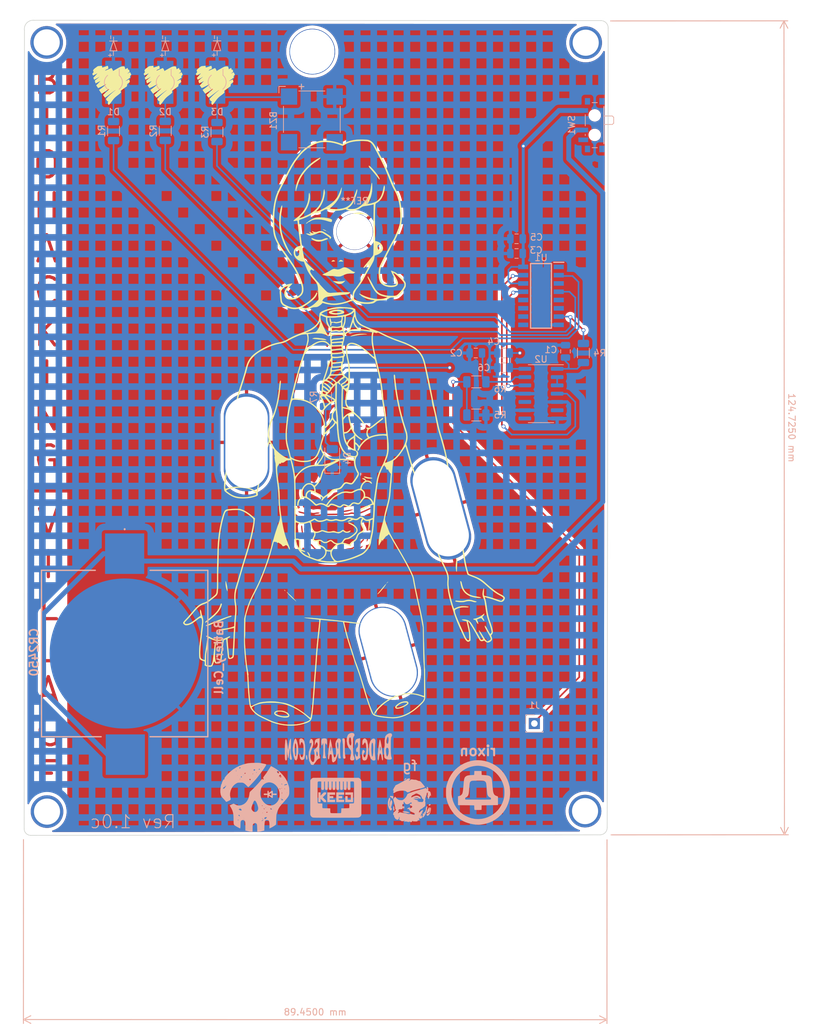
<source format=kicad_pcb>
(kicad_pcb (version 20211014) (generator pcbnew)
  (title_block (title "BioHack Village Badge") (date "2022-08-13") (rev "1.0b") (company "BadgePirates LLC") (comment 1 "Schematic: Rixon") (comment 2 "Artwork:") (comment 3 "Layout: FG"))
  (layers (0 "F.Cu" signal) (31 "B.Cu" signal) (34 "B.Paste" user) (35 "F.Paste" user) (36 "B.SilkS" user "B.Silkscreen") (37 "F.SilkS" user "F.Silkscreen") (38 "B.Mask" user) (39 "F.Mask" user) (44 "Edge.Cuts" user))
  (net 0 "")
  (net 1 "GND")
  (net 2 "Net-(D1-Pad2)")
  (net 3 "Net-(R1-Pad2)")
  (net 4 "Net-(D2-Pad2)")
  (net 5 "J1")
  (net 6 "Net-(BZ1-Pad1)")
  (net 7 "Net-(C1-Pad1)")
  (net 8 "Net-(C2-Pad1)")
  (net 9 "VCC")
  (net 10 "Net-(R2-Pad2)")
  (net 11 "Net-(R3-Pad2)")
  (net 20 "Net-(U1-Pad13)")
  (net 21 "Net-(U1-Pad15)")
  (net 22 "Net-(U2-Pad2)")
  (net 26 "Net-(D4-Pad2)")
  (net 27 "Net-(BT1-Pad1)")
  (footprint "BioHack:F.SilkS_g4717" (layer "F.Cu") (at 110.708653 98.640572)
    (fp_text reference "G***" hide)
    (fp_text value "LOGO" hide)
  )
  (footprint "BadgePiratesLogo:rixon_B.SLK" (layer "F.Cu") (at 133.096 155.067)
    (fp_text reference "G***" hide)
    (fp_text value "rixon")
  )
  (footprint "BadgePiratesLogo:NG_BSilk" (layer "F.Cu") (at 111.200876 155.676971)
    (fp_text reference "G***" hide)
    (fp_text value "NG_BSilk" hide)
  )
  (footprint "" (layer "F.Cu") (at 119.3292 133.5278)
    (fp_text reference "")
    (fp_text value "")
  )
  (footprint "BadgePirates:LED_Osram_Lx_P47F_D2mm_ReverseMount_Proper_Mask Only" (layer "F.Cu") (at 85.1502 46.2688 90)
    (fp_text reference "D2")
    (fp_text value "LED")
  )
  (footprint "BadgePirates:LED_Osram_Lx_P47F_D2mm_ReverseMount_Proper_Mask Only" (layer "F.Cu") (at 93.1004 46.2434 90)
    (fp_text reference "D3")
    (fp_text value "LED")
  )
  (footprint "BadgePiratesLogo:heart" (layer "F.Cu") (at 92.837 46.736)
    (fp_text reference "G***" hide)
    (fp_text value "LOGO" hide)
  )
  (footprint "BadgePiratesLogo:heart" (layer "F.Cu") (at 76.962 46.736)
    (fp_text reference "G***" hide)
    (fp_text value "LOGO" hide)
  )
  (footprint "BioHack:F.Cu_g4713" (layer "F.Cu") (at 110.6932 98.6536)
    (fp_text reference "G***" hide)
    (fp_text value "LOGO" hide)
  )
  (footprint "BadgePirateLogos:BadgePiratesURL_B.SLK" (layer "F.Cu") (at 111.697105 149.135501)
    (fp_text reference "G***" hide)
    (fp_text value "LOGO" hide)
  )
  (footprint "BadgePirates:LED_Osram_Lx_P47F_D2mm_ReverseMount_Proper_Mask Only" (layer "F.Cu") (at 77.2 46.2688 90)
    (fp_text reference "D1")
    (fp_text value "LED")
  )
  (footprint "BadgePiratesLogo:heart" (layer "F.Cu") (at 84.836 46.736)
    (fp_text reference "G***" hide)
    (fp_text value "LOGO" hide)
  )
  (footprint "BadgePiratesLogo:BPSkull_Distressed_10x10_BSILK" (layer "F.Cu") (at 98.9 155.825)
    (fp_text reference "G***" hide)
    (fp_text value "BP Logo" hide)
  )
  (footprint "BioHack:F.Mask_g4715" (layer "F.Cu") (at 110.7186 98.6536)
    (fp_text reference "G***" hide)
    (fp_text value "LOGO" hide)
  )
  (footprint "BadgePiratesLogo:FG_10x10_BSILK" (layer "F.Cu") (at 122.62362 156.071868)
    (fp_text reference "G***" hide)
    (fp_text value "fg")
  )
  (footprint "BadgePirates:SOIC127P600X175-16N" (layer "B.Cu") (at 142.748 78.994 180)
    (fp_text reference "U1")
    (fp_text value "74HC4017D-Q100J")
  )
  (footprint "Capacitor_SMD:C_0805_2012Metric" (layer "B.Cu") (at 139 70.25 180)
    (fp_text reference "C5")
    (fp_text value "0.1uF" hide)
  )
  (footprint "Resistor_SMD:R_1206_3216Metric" (layer "B.Cu") (at 93.075 53.8888 -90)
    (fp_text reference "R3")
    (fp_text value "1k")
  )
  (footprint "test:BATHLD006SMT" (layer "B.Cu") (at 78.925 133.8 -90)
    (fp_text reference "CR2450")
    (fp_text value "Battery_Cell")
  )
  (footprint "MountingHole:MountingHole_3.7mm_Pad" (layer "B.Cu") (at 114.175 69.15 180)
    (fp_text reference "REF**")
    (fp_text value "MountingHole_3.7mm_Pad")
  )
  (footprint "Capacitor_SMD:C_0805_2012Metric" (layer "B.Cu") (at 139 72.5 180)
    (fp_text reference "C3")
    (fp_text value "1.0uF")
  )
  (footprint "Resistor_SMD:R_1206_3216Metric" (layer "B.Cu") (at 109.728 94.488 -90)
    (fp_text reference "R7")
    (fp_text value "1k")
  )
  (footprint "Resistor_SMD:R_1206_3216Metric" (layer "B.Cu") (at 132.842 92.17)
    (fp_text reference "R6")
    (fp_text value "270k")
  )
  (footprint "MountingHole:MountingHole_3.7mm_Pad" (layer "B.Cu") (at 97.6122 101.4476 180)
    (fp_text reference "REF**" hide)
    (fp_text value "MountingHole_3.7mm_Pad")
  )
  (footprint "Capacitor_SMD:C_0805_2012Metric" (layer "B.Cu") (at 146.5 87.5 90)
    (fp_text reference "C1")
    (fp_text value "1.0uF")
  )
  (footprint "Resistor_SMD:R_1206_3216Metric" (layer "B.Cu") (at 77.2254 53.7364 -90)
    (fp_text reference "R1")
    (fp_text value "1k")
  )
  (footprint "LED_SMD:LED_1206_3216Metric" (layer "B.Cu") (at 110.744 103.886 90)
    (fp_text reference "D4")
    (fp_text value "LED")
  )
  (footprint "Capacitor_SMD:C_0805_2012Metric" (layer "B.Cu") (at 137 90 180)
    (fp_text reference "C6")
    (fp_text value "0.1uF" hide)
  )
  (footprint "Resistor_SMD:R_1206_3216Metric" (layer "B.Cu") (at 132.842 97.25 180)
    (fp_text reference "R5")
    (fp_text value "47k")
  )
  (footprint "Package_SO:SO-14_3.9x8.65mm_P1.27mm" (layer "B.Cu") (at 142.748 93.98 180)
    (fp_text reference "U2")
    (fp_text value "74HC14")
  )
  (footprint "Capacitor_SMD:C_0805_2012Metric" (layer "B.Cu") (at 132.75 87.75 180)
    (fp_text reference "C2")
    (fp_text value "0.1uF")
  )
  (footprint "Resistor_SMD:R_1206_3216Metric" (layer "B.Cu") (at 85.1502 53.711 -90)
    (fp_text reference "R2")
    (fp_text value "1k")
  )
  (footprint "MountingHole:MountingHole_3.7mm_Pad" (layer "B.Cu") (at 127.381 111.5568 -165)
    (fp_text reference "REF**" hide)
    (fp_text value "MountingHole_3.7mm_Pad")
  )
  (footprint "Connector_PinSocket_2.54mm:PinSocket_1x01_P2.54mm_Vertical" (layer "B.Cu") (at 141.732 144.526 180)
    (fp_text reference "J1")
    (fp_text value "Conn_01x01_Female")
  )
  (footprint "Capacitor_SMD:C_0805_2012Metric" (layer "B.Cu") (at 137 87.75 180)
    (fp_text reference "C4")
    (fp_text value "1.0uF")
  )
  (footprint "BadgePirates:SW_SPDT_PCM12" (layer "B.Cu") (at 150.655 52.832 -90)
    (fp_text reference "SW1")
    (fp_text value "SW_SPDT")
  )
  (footprint "Buzzer_Beeper:MagneticBuzzer_CUI_CMT-8504-100-SMT" (layer "B.Cu") (at 107.6209 51.9501 -90)
    (fp_text reference "BZ1")
    (fp_text value "Buzzer")
  )
  (footprint "Resistor_SMD:R_1206_3216Metric" (layer "B.Cu") (at 149.25 87.75 -90)
    (fp_text reference "R4")
    (fp_text value "1.5M")
  )
  (gr_line (start 63.5654 38.265) (end 63.51782 160.64658) (layer "Edge.Cuts") (width 0.1))
  (gr_line (start 151.925137 36.812663) (end 64.9904 36.765) (layer "Edge.Cuts") (width 0.1))
  (gr_arc (start 63.5654 38.265) (mid 63.918283 37.173364) (end 64.9904 36.765) (layer "Edge.Cuts") (width 0.1))
  (gr_line (start 64.53382 161.66258) (end 151.7982 161.5822) (layer "Edge.Cuts") (width 0.1))
  (gr_arc (start 64.53382 161.66258) (mid 63.8154 161.365) (end 63.51782 160.64658) (layer "Edge.Cuts") (width 0.1))
  (gr_arc (start 151.925137 36.812663) (mid 152.7154 37.14) (end 153.042737 37.930263) (layer "Edge.Cuts") (width 0.1))
  (gr_line (start 152.8904 160.49) (end 153.042737 37.930263) (layer "Edge.Cuts") (width 0.1))
  (gr_arc (start 152.8904 160.49) (mid 152.570502 161.262302) (end 151.7982 161.5822) (layer "Edge.Cuts") (width 0.1))
  (gr_text "B\nI\nO\nH\nA\nC\nK\nI\nN\nG" (at 66.975 75.025) (layer "F.Cu") (effects (font (size 4 4) (thickness 0.5))))
  (gr_text "V\nI\nL\nL\nA\nG\nE" (at 67.225 133.075) (layer "F.Cu") (effects (font (size 4 4) (thickness 0.5))))
  (gr_text "Rev 1.0c" (at 80.175 159.575) (layer "B.SilkS") (effects (font (size 2 2)) (justify mirror)))
  (dimension (type aligned) (layer "B.SilkS") (pts (xy 152.9154 36.865) (xy 152.9904 161.59)) (height -27.076396) (gr_text "124.7250 mm" (at 181.179291 99.210526 270.0344533) (layer "B.SilkS") (effects (font (size 1 1) (thickness 0.15)))) (format (units 3) (units_format 1) (precision 4)) (style (thickness 0.15) (arrow_length 1.27) (text_position_mode 0) (extension_height 0.58642) (extension_offset 0.5) keep_text_aligned))
  (dimension (type aligned) (layer "B.SilkS") (pts (xy 152.8654 161.84) (xy 63.4154 161.815)) (height -28.074034) (gr_text "89.4500 mm" (at 108.132875 188.751533 -0.01601335328) (layer "B.SilkS") (effects (font (size 1 1) (thickness 0.15)))) (format (units 3) (units_format 1) (precision 4)) (style (thickness 0.15) (arrow_length 1.27) (text_position_mode 0) (extension_height 0.58642) (extension_offset 0.5) keep_text_aligned))
  (via (at 149.6 40.2) (size 5) (drill 4) (layers "F.Cu" "B.Cu") (net 0))
  (via (at 149.5 157.95) (size 5) (drill 4) (layers "F.Cu" "B.Cu") (net 0))
  (via (at 67.025 158.025) (size 5) (drill 4) (layers "F.Cu" "B.Cu") (net 0))
  (via (at 107.6904 41.565) (size 7) (drill 6.8) (layers "F.Cu" "B.Cu") (net 0))
  (via (at 66.975 40.15) (size 5) (drill 4) (layers "F.Cu" "B.Cu") (net 0))
  (segment (start 140.273 96.52) (end 140.649072 96.52) (width 0.25) (layer "B.Cu") (net 1))
  (segment (start 136.05 90) (end 136.05 87.75) (width 0.25) (layer "B.Cu") (net 1))
  (segment (start 77.2 52.2485) (end 77.2 48.5688) (width 0.25) (layer "B.Cu") (net 2))
  (segment (start 77.2254 52.2739) (end 77.2 52.2485) (width 0.25) (layer "B.Cu") (net 2))
  (segment (start 147.574 75.946) (end 145.6 75.946) (width 0.25) (layer "B.Cu") (net 3))
  (segment (start 147 85.5) (end 148.5 84) (width 0.25) (layer "B.Cu") (net 3))
  (segment (start 77.2254 55.1989) (end 77.2254 59.6806) (width 0.25) (layer "B.Cu") (net 3))
  (segment (start 148.5 76.872) (end 147.574 75.946) (width 0.25) (layer "B.Cu") (net 3))
  (segment (start 129 87.25) (end 130.75 85.5) (width 0.25) (layer "B.Cu") (net 3))
  (segment (start 145.6 75.946) (end 145.473 75.819) (width 0.25) (layer "B.Cu") (net 3))
  (segment (start 104.7948 87.25) (end 129 87.25) (width 0.25) (layer "B.Cu") (net 3))
  (segment (start 130.75 85.5) (end 147 85.5) (width 0.25) (layer "B.Cu") (net 3))
  (segment (start 148.5 84) (end 148.5 76.872) (width 0.25) (layer "B.Cu") (net 3))
  (segment (start 77.2254 59.6806) (end 104.7948 87.25) (width 0.25) (layer "B.Cu") (net 3))
  (segment (start 85.1502 52.2485) (end 85.1502 48.5688) (width 0.25) (layer "B.Cu") (net 4))
  (segment (start 141.6404 144.39) (end 148.612711 137.417689) (width 0.25) (layer "F.Cu") (net 5))
  (segment (start 148.612711 137.417689) (end 148.612711 117.862711) (width 0.25) (layer "F.Cu") (net 5))
  (segment (start 148.612711 117.862711) (end 129.286 98.536) (width 0.25) (layer "F.Cu") (net 5))
  (segment (start 129.286 98.536) (end 129.286 92.17) (width 0.25) (layer "F.Cu") (net 5))
  (via (at 129.286 92.17) (size 0.6) (drill 0.4) (layers "F.Cu" "B.Cu") (net 5))
  (segment (start 131.3795 92.17) (end 129.286 92.17) (width 0.25) (layer "B.Cu") (net 5))
  (segment (start 131.3795 97.25) (end 131.3795 92.17) (width 0.25) (layer "B.Cu") (net 5))
  (segment (start 93.075 52.4263) (end 93.1004 52.4009) (width 0.25) (layer "B.Cu") (net 6))
  (segment (start 93.1004 52.4009) (end 93.1004 48.5434) (width 0.25) (layer "B.Cu") (net 6))
  (segment (start 104.0276 48.5434) (end 104.1209 48.4501) (width 0.25) (layer "B.Cu") (net 6))
  (segment (start 93.1004 48.5434) (end 104.0276 48.5434) (width 0.25) (layer "B.Cu") (net 6))
  (segment (start 146.5 89) (end 147 89.5) (width 0.25) (layer "B.Cu") (net 7))
  (segment (start 149.25 89.2125) (end 148.2925 90.17) (width 0.25) (layer "B.Cu") (net 7))
  (segment (start 146.5 88.45) (end 146.5 89) (width 0.25) (layer "B.Cu") (net 7))
  (segment (start 146.83 90.17) (end 145.223 90.17) (width 0.25) (layer "B.Cu") (net 7))
  (segment (start 147 90) (end 146.83 90.17) (width 0.25) (layer "B.Cu") (net 7))
  (segment (start 147 89.5) (end 147 90) (width 0.25) (layer "B.Cu") (net 7))
  (segment (start 148.2925 90.17) (end 146.83 90.17) (width 0.25) (layer "B.Cu") (net 7))
  (segment (start 138.81 91.44) (end 140.273 91.44) (width 0.25) (layer "B.Cu") (net 8))
  (segment (start 134.3045 92.17) (end 138.08 92.17) (width 0.25) (layer "B.Cu") (net 8))
  (segment (start 138.08 92.17) (end 138.81 91.44) (width 0.25) (layer "B.Cu") (net 8))
  (segment (start 133.792 91.6575) (end 134.3045 92.17) (width 0.25) (layer "B.Cu") (net 8))
  (segment (start 133.792 87.344) (end 133.792 91.6575) (width 0.25) (layer "B.Cu") (net 8))
  (via (at 139.5 87.75) (size 0.6) (drill 0.4) (layers "F.Cu" "B.Cu") (net 9))
  (via (at 140.044 56.044) (size 0.6) (drill 0.4) (layers "F.Cu" "B.Cu") (net 9))
  (via (at 128.75 90) (size 0.6) (drill 0.4) (layers "F.Cu" "B.Cu") (net 9))
  (segment (start 140.273 90.17) (end 138.12 90.17) (width 0.25) (layer "B.Cu") (net 9))
  (segment (start 145.506 50.582) (end 140.044 56.044) (width 0.75) (layer "B.Cu") (net 9))
  (segment (start 140.044 56.044) (end 140.023 56.065) (width 0.25) (layer "B.Cu") (net 9))
  (segment (start 112.7535 90) (end 128.75 90) (width 0.25) (layer "B.Cu") (net 9))
  (segment (start 137.75 75) (end 138.201 74.549) (width 0.25) (layer "B.Cu") (net 9))
  (segment (start 137.95 87.75) (end 139.5 87.75) (width 0.25) (layer "B.Cu") (net 9))
  (segment (start 140.023 77.089) (end 138.089 77.089) (width 0.25) (layer "B.Cu") (net 9))
  (segment (start 137.95 90) (end 137.95 87.75) (width 0.25) (layer "B.Cu") (net 9))
  (segment (start 138.089 77.089) (end 137.75 76.75) (width 0.25) (layer "B.Cu") (net 9))
  (segment (start 140.023 56.065) (end 140.023 74.549) (width 0.45) (layer "B.Cu") (net 9))
  (segment (start 137.75 76.75) (end 137.75 75) (width 0.25) (layer "B.Cu") (net 9))
  (segment (start 149.225 50.582) (end 145.506 50.582) (width 0.75) (layer "B.Cu") (net 9))
  (segment (start 109.728 93.0255) (end 112.7535 90) (width 0.25) (layer "B.Cu") (net 9))
  (segment (start 138.12 90.17) (end 137.95 90) (width 0.25) (layer "B.Cu") (net 9))
  (segment (start 138.201 74.549) (end 140.023 74.549) (width 0.25) (layer "B.Cu") (net 9))
  (segment (start 85.1502 55.1735) (end 85.1502 59.6298) (width 0.25) (layer "B.Cu") (net 10))
  (segment (start 148 79.25) (end 147.109 78.359) (width 0.25) (layer "B.Cu") (net 10))
  (segment (start 147.109 78.359) (end 145.473 78.359) (width 0.25) (layer "B.Cu") (net 10))
  (segment (start 136.5 85) (end 146.75 85) (width 0.25) (layer "B.Cu") (net 10))
  (segment (start 85.1502 59.6298) (end 110.0204 84.5) (width 0.25) (layer "B.Cu") (net 10))
  (segment (start 110.0204 84.5) (end 136 84.5) (width 0.25) (layer "B.Cu") (net 10))
  (segment (start 136 84.5) (end 136.5 85) (width 0.25) (layer "B.Cu") (net 10))
  (segment (start 146.75 85) (end 148 83.75) (width 0.25) (layer "B.Cu") (net 10))
  (segment (start 148 83.75) (end 148 79.25) (width 0.25) (layer "B.Cu") (net 10))
  (segment (start 147.25 82.25) (end 149.25 84.25) (width 0.25) (layer "F.Cu") (net 11))
  (via (at 149.25 84.25) (size 0.6) (drill 0.4) (layers "F.Cu" "B.Cu") (net 11))
  (via (at 147.25 82.25) (size 0.6) (drill 0.4) (layers "F.Cu" "B.Cu") (net 11))
  (segment (start 93.075 59.075) (end 116.25 82.25) (width 0.25) (layer "B.Cu") (net 11))
  (segment (start 135.75 82.25) (end 138 84.5) (width 0.25) (layer "B.Cu") (net 11))
  (segment (start 145.473 82.169) (end 147.169 82.169) (width 0.25) (layer "B.Cu") (net 11))
  (segment (start 93.075 55.3513) (end 93.075 59.075) (width 0.25) (layer "B.Cu") (net 11))
  (segment (start 149.25 84.25) (end 149.25 86.2875) (width 0.25) (layer "B.Cu") (net 11))
  (segment (start 147.25 83.75) (end 147.25 82.25) (width 0.25) (layer "B.Cu") (net 11))
  (segment (start 146.5 84.5) (end 147.25 83.75) (width 0.25) (layer "B.Cu") (net 11))
  (segment (start 147.169 82.169) (end 147.25 82.25) (width 0.25) (layer "B.Cu") (net 11))
  (segment (start 116.25 82.25) (end 135.75 82.25) (width 0.25) (layer "B.Cu") (net 11))
  (segment (start 138 84.5) (end 146.5 84.5) (width 0.25) (layer "B.Cu") (net 11))
  (segment (start 138.5 78.5) (end 137.5 79.5) (width 0.25) (layer "F.Cu") (net 20))
  (segment (start 137.5 79.5) (end 137.5 92.5445) (width 0.25) (layer "F.Cu") (net 20))
  (segment (start 137.5 92.5445) (end 137.75 92.7945) (width 0.25) (layer "F.Cu") (net 20))
  (via (at 137.75 92.7945) (size 0.6) (drill 0.4) (layers "F.Cu" "B.Cu") (net 20))
  (via (at 138.5 78.5) (size 0.6) (drill 0.4) (layers "F.Cu" "B.Cu") (net 20))
  (segment (start 138.641 78.359) (end 138.5 78.5) (width 0.25) (layer "B.Cu") (net 20))
  (segment (start 138.79 92.71) (end 140.273 92.71) (width 0.25) (layer "B.Cu") (net 20))
  (segment (start 137.75 92.7945) (end 138.7055 92.7945) (width 0.25) (layer "B.Cu") (net 20))
  (segment (start 140.023 78.359) (end 138.641 78.359) (width 0.25) (layer "B.Cu") (net 20))
  (segment (start 138.7055 92.7945) (end 138.79 92.71) (width 0.25) (layer "B.Cu") (net 20))
  (segment (start 136.75 98.75) (end 136.75 77.626) (width 0.25) (layer "F.Cu") (net 21))
  (segment (start 136.75 77.626) (end 138.43 75.946) (width 0.25) (layer "F.Cu") (net 21))
  (segment (start 137 99) (end 136.75 98.75) (width 0.25) (layer "F.Cu") (net 21))
  (via (at 138.43 75.946) (size 0.6) (drill 0.4) (layers "F.Cu" "B.Cu") (net 21))
  (via (at 137 99) (size 0.6) (drill 0.4) (layers "F.Cu" "B.Cu") (net 21))
  (segment (start 139.896 75.946) (end 140.023 75.819) (width 0.25) (layer "B.Cu") (net 21))
  (segment (start 148 99) (end 148 95.25) (width 0.25) (layer "B.Cu") (net 21))
  (segment (start 137 99) (end 138.25 100.25) (width 0.25) (layer "B.Cu") (net 21))
  (segment (start 148 95.25) (end 146.73 93.98) (width 0.25) (layer "B.Cu") (net 21))
  (segment (start 146.73 93.98) (end 145.223 93.98) (width 0.25) (layer "B.Cu") (net 21))
  (segment (start 138.43 75.946) (end 139.896 75.946) (width 0.25) (layer "B.Cu") (net 21))
  (segment (start 146.75 100.25) (end 148 99) (width 0.25) (layer "B.Cu") (net 21))
  (segment (start 138.25 100.25) (end 146.75 100.25) (width 0.25) (layer "B.Cu") (net 21))
  (segment (start 145.223 91.44) (end 145.223 92.71) (width 0.25) (layer "B.Cu") (net 22))
  (segment (start 109.728 95.9505) (end 109.728 101.47) (width 0.25) (layer "B.Cu") (net 26))
  (segment (start 109.728 101.47) (end 110.744 102.486) (width 0.25) (layer "B.Cu") (net 26))
  (segment (start 78.925 118.5) (end 75.675 118.5) (width 0.75) (layer "B.Cu") (net 27))
  (segment (start 141.918198 120.84552) (end 152.20952 110.554198) (width 0.75) (layer "B.Cu") (net 27))
  (segment (start 66.5 139.475) (end 76.319 149.294) (width 0.75) (layer "B.Cu") (net 27))
  (segment (start 152.20952 63.20952) (end 147 58) (width 0.75) (layer "B.Cu") (net 27))
  (segment (start 105.985802 120.84552) (end 141.918198 120.84552) (width 0.75) (layer "B.Cu") (net 27))
  (segment (start 152.20952 110.554198) (end 152.20952 63.20952) (width 0.75) (layer "B.Cu") (net 27))
  (segment (start 79.8785 119.634) (end 104.774282 119.634) (width 0.75) (layer "B.Cu") (net 27))
  (segment (start 75.675 118.5) (end 66.5 127.675) (width 0.75) (layer "B.Cu") (net 27))
  (segment (start 148.168 53.582) (end 149.225 53.582) (width 0.75) (layer "B.Cu") (net 27))
  (segment (start 76.319 149.294) (end 79.0266 149.294) (width 0.75) (layer "B.Cu") (net 27))
  (segment (start 66.5 127.675) (end 66.5 139.475) (width 0.75) (layer "B.Cu") (net 27))
  (segment (start 147 54.75) (end 148.168 53.582) (width 0.75) (layer "B.Cu") (net 27))
  (segment (start 104.774282 119.634) (end 105.985802 120.84552) (width 0.75) (layer "B.Cu") (net 27))
  (segment (start 147 58) (end 147 54.75) (width 0.75) (layer "B.Cu") (net 27))
  (zone (net 0) (net_name "") (layer "F.Cu") (name "LungsL") (connect_pads (clearance 0)) (min_thickness 0.254)
    (keepout (tracks allowed) (vias allowed) (pads allowed) (copperpour not_allowed) (footprints allowed))
    (fill (thermal_gap 0.508) (thermal_bridge_width 0.508))
    (polygon (pts (xy 109.823635 91.171888) (xy 109.4231 97.268215) (xy 107.188 94.996) (xy 104.7241 94.728215) (xy 105.156 93.218) (xy 106.553 87.122) (xy 108.839 85.725) (xy 110.363 87.249)))
  )
  (zone (net 9) (net_name "VCC") (layer "F.Cu") (connect_pads (clearance 0.508)) (min_thickness 0.254) (fill yes (thermal_gap 0.508) (thermal_bridge_width 0.508))
    (polygon (pts (xy 154.943536 164.216508) (xy 61.217536 164.470508) (xy 61.979536 35.692508) (xy 154.435536 35.692508)))
  )
  (zone (net 0) (net_name "") (layer "F.Cu") (connect_pads (clearance 0)) (min_thickness 0.254)
    (keepout (tracks allowed) (vias allowed) (pads allowed) (copperpour not_allowed) (footprints allowed))
    (fill (thermal_gap 0.508) (thermal_bridge_width 0.508))
    (polygon (pts (xy 85.778731 45.222746) (xy 86.286731 45.730746) (xy 86.413731 46.238746) (xy 86.286731 46.873746) (xy 85.996163 47.241467) (xy 85.239477 47.503021) (xy 84.615645 47.325221) (xy 84.254731 46.873746) (xy 84.000731 46.238746) (xy 84.254731 45.603746) (xy 84.330931 45.527546) (xy 84.483331 45.375146) (xy 84.864331 45.171946) (xy 85.397731 45.121146)))
  )
  (zone (net 0) (net_name "") (layer "F.Cu") (connect_pads (clearance 0)) (min_thickness 0.254)
    (keepout (tracks allowed) (vias allowed) (pads allowed) (copperpour not_allowed) (footprints allowed))
    (fill (thermal_gap 0.508) (thermal_bridge_width 0.508))
    (polygon (pts (xy 93.601931 45.146546) (xy 94.109931 45.654546) (xy 94.236931 46.162546) (xy 94.109931 46.797546) (xy 93.819363 47.165267) (xy 93.062677 47.426821) (xy 92.438845 47.249021) (xy 92.077931 46.797546) (xy 91.823931 46.162546) (xy 92.077931 45.527546) (xy 92.154131 45.451346) (xy 92.306531 45.298946) (xy 92.687531 45.095746) (xy 93.220931 45.044946)))
  )
  (zone (net 0) (net_name "") (layer "F.Cu") (name "Lungs") (connect_pads (clearance 0)) (min_thickness 0.254)
    (keepout (tracks allowed) (vias allowed) (pads allowed) (copperpour not_allowed) (footprints allowed))
    (fill (thermal_gap 0.508) (thermal_bridge_width 0.508))
    (polygon (pts (xy 114.046 86.487) (xy 115.189 86.868) (xy 116.586 88.011) (xy 117.221 88.773) (xy 117.983 91.694) (xy 118.745 97.409) (xy 116.459 99.06) (xy 115.316 98.171) (xy 112.903 95.631) (xy 112.903 94.615) (xy 113.411 90.551) (xy 113.03 87.757) (xy 113.03 86.36)))
  )
  (zone (net 0) (net_name "") (layer "F.Cu") (connect_pads (clearance 0)) (min_thickness 0.254)
    (keepout (tracks allowed) (vias allowed) (pads allowed) (copperpour not_allowed) (footprints allowed))
    (fill (thermal_gap 0.508) (thermal_bridge_width 0.508))
    (polygon (pts (xy 77.724 45.212) (xy 78.232 45.72) (xy 78.359 46.228) (xy 78.232 46.863) (xy 77.941432 47.230721) (xy 77.184746 47.492275) (xy 76.560914 47.314475) (xy 76.2 46.863) (xy 75.946 46.228) (xy 76.2 45.593) (xy 76.2762 45.5168) (xy 76.4286 45.3644) (xy 76.8096 45.1612) (xy 77.343 45.1104)))
  )
  (zone (net 0) (net_name "") (layer "B.Cu") (connect_pads (clearance 0)) (min_thickness 0.254)
    (keepout (tracks allowed) (vias allowed) (pads allowed) (copperpour not_allowed) (footprints allowed))
    (fill (mode hatch) (thermal_gap 0.508) (thermal_bridge_width 0.508) (hatch_thickness 1.016) (hatch_gap 1.524) (hatch_orientation 45) (hatch_border_algorithm hatch_thickness) (hatch_min_hole_area 0.3))
    (polygon (pts (xy 78.613 47.3964) (xy 75.8444 47.4472) (xy 75.7936 45.1612) (xy 78.613 45.1612)))
  )
  (zone (net 0) (net_name "") (layer "B.Cu") (connect_pads (clearance 0)) (min_thickness 0.254)
    (keepout (tracks allowed) (vias allowed) (pads allowed) (copperpour not_allowed) (footprints allowed))
    (fill (mode hatch) (thermal_gap 0.508) (thermal_bridge_width 0.508) (hatch_thickness 1.016) (hatch_gap 1.524) (hatch_orientation 45) (hatch_border_algorithm hatch_thickness) (hatch_min_hole_area 0.3))
    (polygon (pts (xy 94.5134 47.3202) (xy 91.7448 47.371) (xy 91.694 45.085) (xy 94.5134 45.085)))
  )
  (zone (net 0) (net_name "") (layer "B.Cu") (connect_pads (clearance 0)) (min_thickness 0.254)
    (keepout (tracks allowed) (vias allowed) (pads allowed) (copperpour not_allowed) (footprints allowed))
    (fill (mode hatch) (thermal_gap 0.508) (thermal_bridge_width 0.508) (hatch_thickness 1.016) (hatch_gap 1.524) (hatch_orientation 45) (hatch_border_algorithm hatch_thickness) (hatch_min_hole_area 0.3))
    (polygon (pts (xy 86.5632 47.3964) (xy 83.7946 47.4472) (xy 83.7438 45.1612) (xy 86.5632 45.1612)))
  )
  (zone (net 1) (net_name "GND") (layer "B.Cu") (connect_pads (clearance 0.508)) (min_thickness 0.254) (fill yes (mode hatch) (thermal_gap 0.508) (thermal_bridge_width 0.508) (hatch_thickness 1.016) (hatch_gap 1.524) (hatch_orientation 0) (hatch_border_algorithm hatch_thickness) (hatch_min_hole_area 0.3))
    (polygon (pts (xy 156.591 33.909) (xy 156.591 165.481) (xy 59.817 165.481) (xy 60.833 33.655)))
  )
)
</source>
